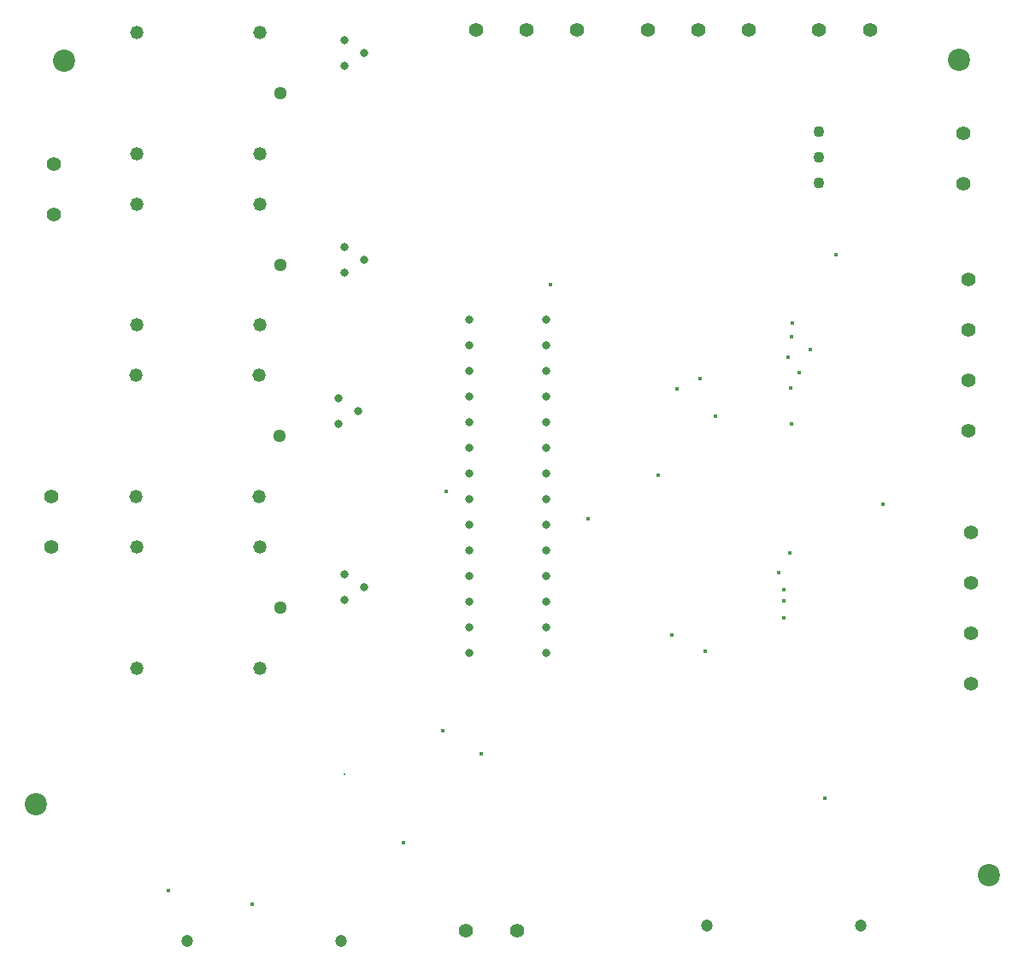
<source format=gbr>
%TF.GenerationSoftware,KiCad,Pcbnew,7.0.10*%
%TF.CreationDate,2024-08-08T13:18:56-05:00*%
%TF.ProjectId,river_sampler,72697665-725f-4736-916d-706c65722e6b,rev?*%
%TF.SameCoordinates,Original*%
%TF.FileFunction,Plated,1,2,PTH,Drill*%
%TF.FilePolarity,Positive*%
%FSLAX46Y46*%
G04 Gerber Fmt 4.6, Leading zero omitted, Abs format (unit mm)*
G04 Created by KiCad (PCBNEW 7.0.10) date 2024-08-08 13:18:56*
%MOMM*%
%LPD*%
G01*
G04 APERTURE LIST*
%TA.AperFunction,ViaDrill*%
%ADD10C,0.300000*%
%TD*%
%TA.AperFunction,ViaDrill*%
%ADD11C,0.400000*%
%TD*%
%TA.AperFunction,ComponentDrill*%
%ADD12C,0.800000*%
%TD*%
%TA.AperFunction,ComponentDrill*%
%ADD13C,0.812800*%
%TD*%
%TA.AperFunction,ComponentDrill*%
%ADD14C,1.100000*%
%TD*%
%TA.AperFunction,ComponentDrill*%
%ADD15C,1.200000*%
%TD*%
%TA.AperFunction,ComponentDrill*%
%ADD16C,1.290000*%
%TD*%
%TA.AperFunction,ComponentDrill*%
%ADD17C,1.320000*%
%TD*%
%TA.AperFunction,ComponentDrill*%
%ADD18C,1.400000*%
%TD*%
%TA.AperFunction,ComponentDrill*%
%ADD19C,2.200000*%
%TD*%
G04 APERTURE END LIST*
D10*
X74500000Y-160000000D03*
D11*
X57000000Y-171500000D03*
X65354200Y-172897800D03*
X80340200Y-166776400D03*
X84201000Y-155676600D03*
X84505800Y-131978400D03*
X88036400Y-157962600D03*
X94843600Y-111455200D03*
X98602800Y-134670800D03*
X105537000Y-130327400D03*
X106857800Y-146202400D03*
X107365800Y-121818400D03*
X109651800Y-120827800D03*
X110185200Y-147802600D03*
X111226600Y-124510800D03*
X117500000Y-140000000D03*
X118000000Y-142836500D03*
X118000000Y-144500000D03*
X118017398Y-141682771D03*
X118440200Y-118719600D03*
X118541800Y-138074400D03*
X118694200Y-121742200D03*
X118719600Y-125298200D03*
X118770400Y-116636800D03*
X118846600Y-115265200D03*
X119507000Y-120243600D03*
X120599200Y-117957600D03*
X122072400Y-162356800D03*
X123164600Y-108559600D03*
X127812800Y-133248400D03*
D12*
%TO.C,U6*%
X86790000Y-114990000D03*
X86790000Y-117530000D03*
X86790000Y-120070000D03*
X86790000Y-122610000D03*
X86790000Y-125150000D03*
X86790000Y-127690000D03*
X86790000Y-130230000D03*
X86790000Y-132770000D03*
X86790000Y-135310000D03*
X86790000Y-137850000D03*
X86790000Y-140390000D03*
X86790000Y-142930000D03*
X86790000Y-145470000D03*
X86790000Y-148010000D03*
X94410000Y-114990000D03*
X94410000Y-117530000D03*
X94410000Y-120070000D03*
X94410000Y-122610000D03*
X94410000Y-125150000D03*
X94410000Y-127690000D03*
X94410000Y-130230000D03*
X94410000Y-132770000D03*
X94410000Y-135310000D03*
X94410000Y-137850000D03*
X94410000Y-140390000D03*
X94410000Y-142930000D03*
X94410000Y-145470000D03*
X94410000Y-148010000D03*
D13*
%TO.C,Q3*%
X73900000Y-122730000D03*
X73900000Y-125270000D03*
%TO.C,Q4*%
X74500000Y-87230000D03*
X74500000Y-89770000D03*
%TO.C,Q5*%
X74500000Y-107730000D03*
X74500000Y-110270000D03*
%TO.C,Q2*%
X74500000Y-140230000D03*
X74500000Y-142770000D03*
%TO.C,Q3*%
X75805000Y-124000000D03*
%TO.C,Q4*%
X76405000Y-88500000D03*
%TO.C,Q5*%
X76405000Y-109000000D03*
%TO.C,Q2*%
X76405000Y-141500000D03*
D14*
%TO.C,Q1*%
X121445000Y-96360000D03*
X121445000Y-98900000D03*
X121445000Y-101440000D03*
D15*
%TO.C,D12*%
X58880000Y-176500000D03*
X74120000Y-176500000D03*
%TO.C,D14*%
X110380000Y-175000000D03*
X125620000Y-175000000D03*
D16*
%TO.C,K2*%
X68000000Y-126500000D03*
%TO.C,K3*%
X68100000Y-92500000D03*
%TO.C,K4*%
X68100000Y-109500000D03*
%TO.C,K1*%
X68100000Y-143500000D03*
D17*
%TO.C,K2*%
X53800000Y-120500000D03*
X53800000Y-132500000D03*
%TO.C,K3*%
X53900000Y-86500000D03*
X53900000Y-98500000D03*
%TO.C,K4*%
X53900000Y-103500000D03*
X53900000Y-115500000D03*
%TO.C,K1*%
X53900000Y-137500000D03*
X53900000Y-149500000D03*
%TO.C,K2*%
X66000000Y-120500000D03*
X66000000Y-132500000D03*
%TO.C,K3*%
X66100000Y-86500000D03*
X66100000Y-98500000D03*
%TO.C,K4*%
X66100000Y-103500000D03*
X66100000Y-115500000D03*
%TO.C,K1*%
X66100000Y-137500000D03*
X66100000Y-149500000D03*
D18*
%TO.C,J11*%
X45466000Y-132490200D03*
X45466000Y-137490200D03*
%TO.C,J13*%
X45720000Y-99582600D03*
X45720000Y-104582600D03*
%TO.C,J14*%
X86465000Y-175500000D03*
%TO.C,J12*%
X87500000Y-86250000D03*
%TO.C,J14*%
X91545000Y-175500000D03*
%TO.C,J12*%
X92500000Y-86250000D03*
X97500000Y-86250000D03*
%TO.C,J6*%
X104500000Y-86250000D03*
X109500000Y-86250000D03*
X114500000Y-86250000D03*
%TO.C,J4*%
X121500000Y-86250000D03*
X126500000Y-86250000D03*
%TO.C,J10*%
X135750000Y-96500000D03*
X135750000Y-101500000D03*
%TO.C,J5*%
X136250000Y-111000000D03*
X136250000Y-116000000D03*
X136250000Y-121000000D03*
X136250000Y-126000000D03*
%TO.C,J3*%
X136500000Y-136000000D03*
X136500000Y-141000000D03*
X136500000Y-146000000D03*
X136500000Y-151000000D03*
D19*
%TO.C,H4*%
X43865800Y-162991800D03*
%TO.C,H3*%
X46710600Y-89281000D03*
%TO.C,H1*%
X135331200Y-89255600D03*
%TO.C,H2*%
X138303000Y-170027600D03*
M02*

</source>
